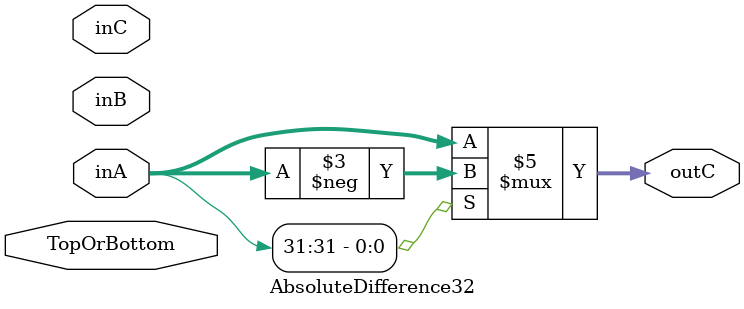
<source format=v>
`timescale 1ns / 1ps


module AbsoluteDifference32(
        inA,
        inB,
        inC,
        TopOrBottom,
        outC
    );
    
    input [31:0] inA, inB, inC;
    input TopOrBottom;
    output [31:0] outC;
    
    reg [31:0] tempDifference, outC;
    
    
    always@(inA, inB, TopOrBottom) begin         
        if(inA[31] == 1)
            outC <= -inA;
        else
            outC <= inA;               
       /*
        if(tempDifference[31] == 1) 
            outC <= ~tempDifference + 1; // 2's compliment to make positive
        else
            outC <= tempDifference;*/
    end
endmodule

</source>
